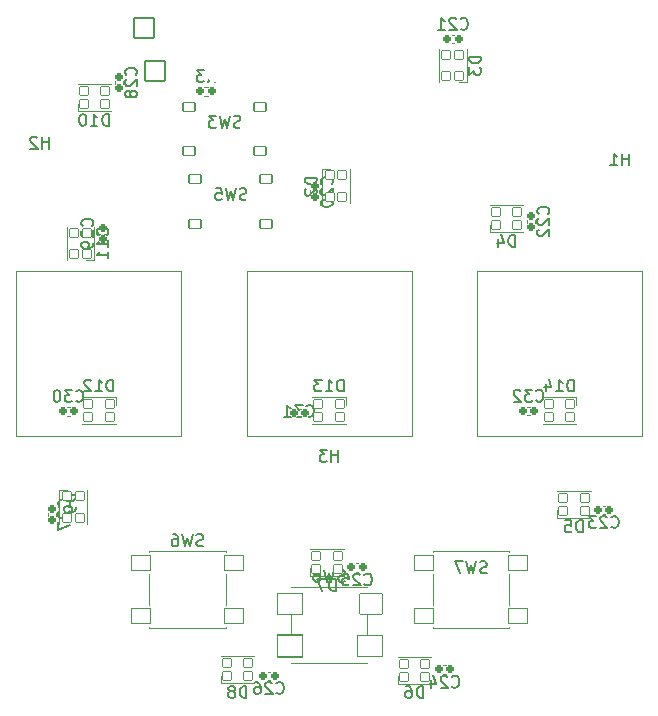
<source format=gbr>
%TF.GenerationSoftware,KiCad,Pcbnew,(7.0.0-0)*%
%TF.CreationDate,2023-03-26T23:48:35-05:00*%
%TF.ProjectId,RP2040_minimal,52503230-3430-45f6-9d69-6e696d616c2e,REV1*%
%TF.SameCoordinates,Original*%
%TF.FileFunction,Legend,Bot*%
%TF.FilePolarity,Positive*%
%FSLAX46Y46*%
G04 Gerber Fmt 4.6, Leading zero omitted, Abs format (unit mm)*
G04 Created by KiCad (PCBNEW (7.0.0-0)) date 2023-03-26 23:48:35*
%MOMM*%
%LPD*%
G01*
G04 APERTURE LIST*
G04 Aperture macros list*
%AMRoundRect*
0 Rectangle with rounded corners*
0 $1 Rounding radius*
0 $2 $3 $4 $5 $6 $7 $8 $9 X,Y pos of 4 corners*
0 Add a 4 corners polygon primitive as box body*
4,1,4,$2,$3,$4,$5,$6,$7,$8,$9,$2,$3,0*
0 Add four circle primitives for the rounded corners*
1,1,$1+$1,$2,$3*
1,1,$1+$1,$4,$5*
1,1,$1+$1,$6,$7*
1,1,$1+$1,$8,$9*
0 Add four rect primitives between the rounded corners*
20,1,$1+$1,$2,$3,$4,$5,0*
20,1,$1+$1,$4,$5,$6,$7,0*
20,1,$1+$1,$6,$7,$8,$9,0*
20,1,$1+$1,$8,$9,$2,$3,0*%
G04 Aperture macros list end*
%ADD10C,0.150000*%
%ADD11C,0.120000*%
%ADD12O,1.102000X1.902000*%
%ADD13O,1.102000X2.302000*%
%ADD14C,1.002000*%
%ADD15RoundRect,0.051000X0.850000X-0.850000X0.850000X0.850000X-0.850000X0.850000X-0.850000X-0.850000X0*%
%ADD16O,1.802000X1.802000*%
%ADD17RoundRect,0.191000X0.170000X-0.140000X0.170000X0.140000X-0.170000X0.140000X-0.170000X-0.140000X0*%
%ADD18RoundRect,0.051000X0.350000X0.350000X-0.350000X0.350000X-0.350000X-0.350000X0.350000X-0.350000X0*%
%ADD19RoundRect,0.191000X0.140000X0.170000X-0.140000X0.170000X-0.140000X-0.170000X0.140000X-0.170000X0*%
%ADD20RoundRect,0.051000X0.775000X0.650000X-0.775000X0.650000X-0.775000X-0.650000X0.775000X-0.650000X0*%
%ADD21RoundRect,0.191000X-0.140000X-0.170000X0.140000X-0.170000X0.140000X0.170000X-0.140000X0.170000X0*%
%ADD22C,3.302000*%
%ADD23RoundRect,0.191000X-0.170000X0.140000X-0.170000X-0.140000X0.170000X-0.140000X0.170000X0.140000X0*%
%ADD24RoundRect,0.051000X0.500000X0.375000X-0.500000X0.375000X-0.500000X-0.375000X0.500000X-0.375000X0*%
%ADD25RoundRect,0.051000X0.350000X-0.350000X0.350000X0.350000X-0.350000X0.350000X-0.350000X-0.350000X0*%
%ADD26C,1.802000*%
%ADD27RoundRect,0.051000X-0.350000X-0.350000X0.350000X-0.350000X0.350000X0.350000X-0.350000X0.350000X0*%
%ADD28RoundRect,0.051000X-0.350000X0.350000X-0.350000X-0.350000X0.350000X-0.350000X0.350000X0.350000X0*%
%ADD29RoundRect,0.186000X0.135000X0.185000X-0.135000X0.185000X-0.135000X-0.185000X0.135000X-0.185000X0*%
%ADD30RoundRect,0.051000X0.970000X0.870000X-0.970000X0.870000X-0.970000X-0.870000X0.970000X-0.870000X0*%
%ADD31RoundRect,0.051000X1.060000X0.920000X-1.060000X0.920000X-1.060000X-0.920000X1.060000X-0.920000X0*%
%ADD32RoundRect,0.051000X1.025000X0.905000X-1.025000X0.905000X-1.025000X-0.905000X1.025000X-0.905000X0*%
%ADD33RoundRect,0.051000X1.060000X0.930000X-1.060000X0.930000X-1.060000X-0.930000X1.060000X-0.930000X0*%
G04 APERTURE END LIST*
D10*
%TO.C,C28*%
X-16377858Y23582858D02*
X-16330239Y23630477D01*
X-16330239Y23630477D02*
X-16282620Y23773334D01*
X-16282620Y23773334D02*
X-16282620Y23868572D01*
X-16282620Y23868572D02*
X-16330239Y24011429D01*
X-16330239Y24011429D02*
X-16425477Y24106667D01*
X-16425477Y24106667D02*
X-16520715Y24154286D01*
X-16520715Y24154286D02*
X-16711191Y24201905D01*
X-16711191Y24201905D02*
X-16854048Y24201905D01*
X-16854048Y24201905D02*
X-17044524Y24154286D01*
X-17044524Y24154286D02*
X-17139762Y24106667D01*
X-17139762Y24106667D02*
X-17235000Y24011429D01*
X-17235000Y24011429D02*
X-17282620Y23868572D01*
X-17282620Y23868572D02*
X-17282620Y23773334D01*
X-17282620Y23773334D02*
X-17235000Y23630477D01*
X-17235000Y23630477D02*
X-17187381Y23582858D01*
X-17187381Y23201905D02*
X-17235000Y23154286D01*
X-17235000Y23154286D02*
X-17282620Y23059048D01*
X-17282620Y23059048D02*
X-17282620Y22820953D01*
X-17282620Y22820953D02*
X-17235000Y22725715D01*
X-17235000Y22725715D02*
X-17187381Y22678096D01*
X-17187381Y22678096D02*
X-17092143Y22630477D01*
X-17092143Y22630477D02*
X-16996905Y22630477D01*
X-16996905Y22630477D02*
X-16854048Y22678096D01*
X-16854048Y22678096D02*
X-16282620Y23249524D01*
X-16282620Y23249524D02*
X-16282620Y22630477D01*
X-16854048Y22059048D02*
X-16901667Y22154286D01*
X-16901667Y22154286D02*
X-16949286Y22201905D01*
X-16949286Y22201905D02*
X-17044524Y22249524D01*
X-17044524Y22249524D02*
X-17092143Y22249524D01*
X-17092143Y22249524D02*
X-17187381Y22201905D01*
X-17187381Y22201905D02*
X-17235000Y22154286D01*
X-17235000Y22154286D02*
X-17282620Y22059048D01*
X-17282620Y22059048D02*
X-17282620Y21868572D01*
X-17282620Y21868572D02*
X-17235000Y21773334D01*
X-17235000Y21773334D02*
X-17187381Y21725715D01*
X-17187381Y21725715D02*
X-17092143Y21678096D01*
X-17092143Y21678096D02*
X-17044524Y21678096D01*
X-17044524Y21678096D02*
X-16949286Y21725715D01*
X-16949286Y21725715D02*
X-16901667Y21773334D01*
X-16901667Y21773334D02*
X-16854048Y21868572D01*
X-16854048Y21868572D02*
X-16854048Y22059048D01*
X-16854048Y22059048D02*
X-16806429Y22154286D01*
X-16806429Y22154286D02*
X-16758810Y22201905D01*
X-16758810Y22201905D02*
X-16663572Y22249524D01*
X-16663572Y22249524D02*
X-16473096Y22249524D01*
X-16473096Y22249524D02*
X-16377858Y22201905D01*
X-16377858Y22201905D02*
X-16330239Y22154286D01*
X-16330239Y22154286D02*
X-16282620Y22059048D01*
X-16282620Y22059048D02*
X-16282620Y21868572D01*
X-16282620Y21868572D02*
X-16330239Y21773334D01*
X-16330239Y21773334D02*
X-16377858Y21725715D01*
X-16377858Y21725715D02*
X-16473096Y21678096D01*
X-16473096Y21678096D02*
X-16663572Y21678096D01*
X-16663572Y21678096D02*
X-16758810Y21725715D01*
X-16758810Y21725715D02*
X-16806429Y21773334D01*
X-16806429Y21773334D02*
X-16854048Y21868572D01*
%TO.C,D14*%
X20714285Y-3217380D02*
X20714285Y-2217380D01*
X20714285Y-2217380D02*
X20476190Y-2217380D01*
X20476190Y-2217380D02*
X20333333Y-2265000D01*
X20333333Y-2265000D02*
X20238095Y-2360238D01*
X20238095Y-2360238D02*
X20190476Y-2455476D01*
X20190476Y-2455476D02*
X20142857Y-2645952D01*
X20142857Y-2645952D02*
X20142857Y-2788809D01*
X20142857Y-2788809D02*
X20190476Y-2979285D01*
X20190476Y-2979285D02*
X20238095Y-3074523D01*
X20238095Y-3074523D02*
X20333333Y-3169761D01*
X20333333Y-3169761D02*
X20476190Y-3217380D01*
X20476190Y-3217380D02*
X20714285Y-3217380D01*
X19190476Y-3217380D02*
X19761904Y-3217380D01*
X19476190Y-3217380D02*
X19476190Y-2217380D01*
X19476190Y-2217380D02*
X19571428Y-2360238D01*
X19571428Y-2360238D02*
X19666666Y-2455476D01*
X19666666Y-2455476D02*
X19761904Y-2503095D01*
X18333333Y-2550714D02*
X18333333Y-3217380D01*
X18571428Y-2169761D02*
X18809523Y-2884047D01*
X18809523Y-2884047D02*
X18190476Y-2884047D01*
%TO.C,C32*%
X17522857Y-3982142D02*
X17570476Y-4029761D01*
X17570476Y-4029761D02*
X17713333Y-4077380D01*
X17713333Y-4077380D02*
X17808571Y-4077380D01*
X17808571Y-4077380D02*
X17951428Y-4029761D01*
X17951428Y-4029761D02*
X18046666Y-3934523D01*
X18046666Y-3934523D02*
X18094285Y-3839285D01*
X18094285Y-3839285D02*
X18141904Y-3648809D01*
X18141904Y-3648809D02*
X18141904Y-3505952D01*
X18141904Y-3505952D02*
X18094285Y-3315476D01*
X18094285Y-3315476D02*
X18046666Y-3220238D01*
X18046666Y-3220238D02*
X17951428Y-3125000D01*
X17951428Y-3125000D02*
X17808571Y-3077380D01*
X17808571Y-3077380D02*
X17713333Y-3077380D01*
X17713333Y-3077380D02*
X17570476Y-3125000D01*
X17570476Y-3125000D02*
X17522857Y-3172619D01*
X17189523Y-3077380D02*
X16570476Y-3077380D01*
X16570476Y-3077380D02*
X16903809Y-3458333D01*
X16903809Y-3458333D02*
X16760952Y-3458333D01*
X16760952Y-3458333D02*
X16665714Y-3505952D01*
X16665714Y-3505952D02*
X16618095Y-3553571D01*
X16618095Y-3553571D02*
X16570476Y-3648809D01*
X16570476Y-3648809D02*
X16570476Y-3886904D01*
X16570476Y-3886904D02*
X16618095Y-3982142D01*
X16618095Y-3982142D02*
X16665714Y-4029761D01*
X16665714Y-4029761D02*
X16760952Y-4077380D01*
X16760952Y-4077380D02*
X17046666Y-4077380D01*
X17046666Y-4077380D02*
X17141904Y-4029761D01*
X17141904Y-4029761D02*
X17189523Y-3982142D01*
X16189523Y-3172619D02*
X16141904Y-3125000D01*
X16141904Y-3125000D02*
X16046666Y-3077380D01*
X16046666Y-3077380D02*
X15808571Y-3077380D01*
X15808571Y-3077380D02*
X15713333Y-3125000D01*
X15713333Y-3125000D02*
X15665714Y-3172619D01*
X15665714Y-3172619D02*
X15618095Y-3267857D01*
X15618095Y-3267857D02*
X15618095Y-3363095D01*
X15618095Y-3363095D02*
X15665714Y-3505952D01*
X15665714Y-3505952D02*
X16237142Y-4077380D01*
X16237142Y-4077380D02*
X15618095Y-4077380D01*
%TO.C,SW7*%
X13333332Y-18569047D02*
X13190475Y-18616666D01*
X13190475Y-18616666D02*
X12952380Y-18616666D01*
X12952380Y-18616666D02*
X12857142Y-18569047D01*
X12857142Y-18569047D02*
X12809523Y-18521428D01*
X12809523Y-18521428D02*
X12761904Y-18426190D01*
X12761904Y-18426190D02*
X12761904Y-18330952D01*
X12761904Y-18330952D02*
X12809523Y-18235714D01*
X12809523Y-18235714D02*
X12857142Y-18188095D01*
X12857142Y-18188095D02*
X12952380Y-18140476D01*
X12952380Y-18140476D02*
X13142856Y-18092857D01*
X13142856Y-18092857D02*
X13238094Y-18045238D01*
X13238094Y-18045238D02*
X13285713Y-17997619D01*
X13285713Y-17997619D02*
X13333332Y-17902381D01*
X13333332Y-17902381D02*
X13333332Y-17807143D01*
X13333332Y-17807143D02*
X13285713Y-17711905D01*
X13285713Y-17711905D02*
X13238094Y-17664286D01*
X13238094Y-17664286D02*
X13142856Y-17616666D01*
X13142856Y-17616666D02*
X12904761Y-17616666D01*
X12904761Y-17616666D02*
X12761904Y-17664286D01*
X12428570Y-17616666D02*
X12190475Y-18616666D01*
X12190475Y-18616666D02*
X11999999Y-17902381D01*
X11999999Y-17902381D02*
X11809523Y-18616666D01*
X11809523Y-18616666D02*
X11571428Y-17616666D01*
X11285713Y-17616666D02*
X10619047Y-17616666D01*
X10619047Y-17616666D02*
X11047618Y-18616666D01*
%TO.C,C25*%
X2984857Y-19542142D02*
X3032476Y-19589761D01*
X3032476Y-19589761D02*
X3175333Y-19637380D01*
X3175333Y-19637380D02*
X3270571Y-19637380D01*
X3270571Y-19637380D02*
X3413428Y-19589761D01*
X3413428Y-19589761D02*
X3508666Y-19494523D01*
X3508666Y-19494523D02*
X3556285Y-19399285D01*
X3556285Y-19399285D02*
X3603904Y-19208809D01*
X3603904Y-19208809D02*
X3603904Y-19065952D01*
X3603904Y-19065952D02*
X3556285Y-18875476D01*
X3556285Y-18875476D02*
X3508666Y-18780238D01*
X3508666Y-18780238D02*
X3413428Y-18685000D01*
X3413428Y-18685000D02*
X3270571Y-18637380D01*
X3270571Y-18637380D02*
X3175333Y-18637380D01*
X3175333Y-18637380D02*
X3032476Y-18685000D01*
X3032476Y-18685000D02*
X2984857Y-18732619D01*
X2603904Y-18732619D02*
X2556285Y-18685000D01*
X2556285Y-18685000D02*
X2461047Y-18637380D01*
X2461047Y-18637380D02*
X2222952Y-18637380D01*
X2222952Y-18637380D02*
X2127714Y-18685000D01*
X2127714Y-18685000D02*
X2080095Y-18732619D01*
X2080095Y-18732619D02*
X2032476Y-18827857D01*
X2032476Y-18827857D02*
X2032476Y-18923095D01*
X2032476Y-18923095D02*
X2080095Y-19065952D01*
X2080095Y-19065952D02*
X2651523Y-19637380D01*
X2651523Y-19637380D02*
X2032476Y-19637380D01*
X1127714Y-18637380D02*
X1603904Y-18637380D01*
X1603904Y-18637380D02*
X1651523Y-19113571D01*
X1651523Y-19113571D02*
X1603904Y-19065952D01*
X1603904Y-19065952D02*
X1508666Y-19018333D01*
X1508666Y-19018333D02*
X1270571Y-19018333D01*
X1270571Y-19018333D02*
X1175333Y-19065952D01*
X1175333Y-19065952D02*
X1127714Y-19113571D01*
X1127714Y-19113571D02*
X1080095Y-19208809D01*
X1080095Y-19208809D02*
X1080095Y-19446904D01*
X1080095Y-19446904D02*
X1127714Y-19542142D01*
X1127714Y-19542142D02*
X1175333Y-19589761D01*
X1175333Y-19589761D02*
X1270571Y-19637380D01*
X1270571Y-19637380D02*
X1508666Y-19637380D01*
X1508666Y-19637380D02*
X1603904Y-19589761D01*
X1603904Y-19589761D02*
X1651523Y-19542142D01*
%TO.C,C27*%
X-22027858Y-12977142D02*
X-21980239Y-12929523D01*
X-21980239Y-12929523D02*
X-21932620Y-12786666D01*
X-21932620Y-12786666D02*
X-21932620Y-12691428D01*
X-21932620Y-12691428D02*
X-21980239Y-12548571D01*
X-21980239Y-12548571D02*
X-22075477Y-12453333D01*
X-22075477Y-12453333D02*
X-22170715Y-12405714D01*
X-22170715Y-12405714D02*
X-22361191Y-12358095D01*
X-22361191Y-12358095D02*
X-22504048Y-12358095D01*
X-22504048Y-12358095D02*
X-22694524Y-12405714D01*
X-22694524Y-12405714D02*
X-22789762Y-12453333D01*
X-22789762Y-12453333D02*
X-22885000Y-12548571D01*
X-22885000Y-12548571D02*
X-22932620Y-12691428D01*
X-22932620Y-12691428D02*
X-22932620Y-12786666D01*
X-22932620Y-12786666D02*
X-22885000Y-12929523D01*
X-22885000Y-12929523D02*
X-22837381Y-12977142D01*
X-22837381Y-13358095D02*
X-22885000Y-13405714D01*
X-22885000Y-13405714D02*
X-22932620Y-13500952D01*
X-22932620Y-13500952D02*
X-22932620Y-13739047D01*
X-22932620Y-13739047D02*
X-22885000Y-13834285D01*
X-22885000Y-13834285D02*
X-22837381Y-13881904D01*
X-22837381Y-13881904D02*
X-22742143Y-13929523D01*
X-22742143Y-13929523D02*
X-22646905Y-13929523D01*
X-22646905Y-13929523D02*
X-22504048Y-13881904D01*
X-22504048Y-13881904D02*
X-21932620Y-13310476D01*
X-21932620Y-13310476D02*
X-21932620Y-13929523D01*
X-22932620Y-14262857D02*
X-22932620Y-14929523D01*
X-22932620Y-14929523D02*
X-21932620Y-14500952D01*
%TO.C,H3*%
X761904Y-9167380D02*
X761904Y-8167380D01*
X761904Y-8643571D02*
X190476Y-8643571D01*
X190476Y-9167380D02*
X190476Y-8167380D01*
X-190477Y-8167380D02*
X-809524Y-8167380D01*
X-809524Y-8167380D02*
X-476191Y-8548333D01*
X-476191Y-8548333D02*
X-619048Y-8548333D01*
X-619048Y-8548333D02*
X-714286Y-8595952D01*
X-714286Y-8595952D02*
X-761905Y-8643571D01*
X-761905Y-8643571D02*
X-809524Y-8738809D01*
X-809524Y-8738809D02*
X-809524Y-8976904D01*
X-809524Y-8976904D02*
X-761905Y-9072142D01*
X-761905Y-9072142D02*
X-714286Y-9119761D01*
X-714286Y-9119761D02*
X-619048Y-9167380D01*
X-619048Y-9167380D02*
X-333334Y-9167380D01*
X-333334Y-9167380D02*
X-238096Y-9119761D01*
X-238096Y-9119761D02*
X-190477Y-9072142D01*
%TO.C,C29*%
X-20077858Y10782858D02*
X-20030239Y10830477D01*
X-20030239Y10830477D02*
X-19982620Y10973334D01*
X-19982620Y10973334D02*
X-19982620Y11068572D01*
X-19982620Y11068572D02*
X-20030239Y11211429D01*
X-20030239Y11211429D02*
X-20125477Y11306667D01*
X-20125477Y11306667D02*
X-20220715Y11354286D01*
X-20220715Y11354286D02*
X-20411191Y11401905D01*
X-20411191Y11401905D02*
X-20554048Y11401905D01*
X-20554048Y11401905D02*
X-20744524Y11354286D01*
X-20744524Y11354286D02*
X-20839762Y11306667D01*
X-20839762Y11306667D02*
X-20935000Y11211429D01*
X-20935000Y11211429D02*
X-20982620Y11068572D01*
X-20982620Y11068572D02*
X-20982620Y10973334D01*
X-20982620Y10973334D02*
X-20935000Y10830477D01*
X-20935000Y10830477D02*
X-20887381Y10782858D01*
X-20887381Y10401905D02*
X-20935000Y10354286D01*
X-20935000Y10354286D02*
X-20982620Y10259048D01*
X-20982620Y10259048D02*
X-20982620Y10020953D01*
X-20982620Y10020953D02*
X-20935000Y9925715D01*
X-20935000Y9925715D02*
X-20887381Y9878096D01*
X-20887381Y9878096D02*
X-20792143Y9830477D01*
X-20792143Y9830477D02*
X-20696905Y9830477D01*
X-20696905Y9830477D02*
X-20554048Y9878096D01*
X-20554048Y9878096D02*
X-19982620Y10449524D01*
X-19982620Y10449524D02*
X-19982620Y9830477D01*
X-19982620Y9354286D02*
X-19982620Y9163810D01*
X-19982620Y9163810D02*
X-20030239Y9068572D01*
X-20030239Y9068572D02*
X-20077858Y9020953D01*
X-20077858Y9020953D02*
X-20220715Y8925715D01*
X-20220715Y8925715D02*
X-20411191Y8878096D01*
X-20411191Y8878096D02*
X-20792143Y8878096D01*
X-20792143Y8878096D02*
X-20887381Y8925715D01*
X-20887381Y8925715D02*
X-20935000Y8973334D01*
X-20935000Y8973334D02*
X-20982620Y9068572D01*
X-20982620Y9068572D02*
X-20982620Y9259048D01*
X-20982620Y9259048D02*
X-20935000Y9354286D01*
X-20935000Y9354286D02*
X-20887381Y9401905D01*
X-20887381Y9401905D02*
X-20792143Y9449524D01*
X-20792143Y9449524D02*
X-20554048Y9449524D01*
X-20554048Y9449524D02*
X-20458810Y9401905D01*
X-20458810Y9401905D02*
X-20411191Y9354286D01*
X-20411191Y9354286D02*
X-20363572Y9259048D01*
X-20363572Y9259048D02*
X-20363572Y9068572D01*
X-20363572Y9068572D02*
X-20411191Y8973334D01*
X-20411191Y8973334D02*
X-20458810Y8925715D01*
X-20458810Y8925715D02*
X-20554048Y8878096D01*
%TO.C,SW6*%
X-10666668Y-16269761D02*
X-10809525Y-16317380D01*
X-10809525Y-16317380D02*
X-11047620Y-16317380D01*
X-11047620Y-16317380D02*
X-11142858Y-16269761D01*
X-11142858Y-16269761D02*
X-11190477Y-16222142D01*
X-11190477Y-16222142D02*
X-11238096Y-16126904D01*
X-11238096Y-16126904D02*
X-11238096Y-16031666D01*
X-11238096Y-16031666D02*
X-11190477Y-15936428D01*
X-11190477Y-15936428D02*
X-11142858Y-15888809D01*
X-11142858Y-15888809D02*
X-11047620Y-15841190D01*
X-11047620Y-15841190D02*
X-10857144Y-15793571D01*
X-10857144Y-15793571D02*
X-10761906Y-15745952D01*
X-10761906Y-15745952D02*
X-10714287Y-15698333D01*
X-10714287Y-15698333D02*
X-10666668Y-15603095D01*
X-10666668Y-15603095D02*
X-10666668Y-15507857D01*
X-10666668Y-15507857D02*
X-10714287Y-15412619D01*
X-10714287Y-15412619D02*
X-10761906Y-15365000D01*
X-10761906Y-15365000D02*
X-10857144Y-15317380D01*
X-10857144Y-15317380D02*
X-11095239Y-15317380D01*
X-11095239Y-15317380D02*
X-11238096Y-15365000D01*
X-11571430Y-15317380D02*
X-11809525Y-16317380D01*
X-11809525Y-16317380D02*
X-12000001Y-15603095D01*
X-12000001Y-15603095D02*
X-12190477Y-16317380D01*
X-12190477Y-16317380D02*
X-12428572Y-15317380D01*
X-13238096Y-15317380D02*
X-13047620Y-15317380D01*
X-13047620Y-15317380D02*
X-12952382Y-15365000D01*
X-12952382Y-15365000D02*
X-12904763Y-15412619D01*
X-12904763Y-15412619D02*
X-12809525Y-15555476D01*
X-12809525Y-15555476D02*
X-12761906Y-15745952D01*
X-12761906Y-15745952D02*
X-12761906Y-16126904D01*
X-12761906Y-16126904D02*
X-12809525Y-16222142D01*
X-12809525Y-16222142D02*
X-12857144Y-16269761D01*
X-12857144Y-16269761D02*
X-12952382Y-16317380D01*
X-12952382Y-16317380D02*
X-13142858Y-16317380D01*
X-13142858Y-16317380D02*
X-13238096Y-16269761D01*
X-13238096Y-16269761D02*
X-13285715Y-16222142D01*
X-13285715Y-16222142D02*
X-13333334Y-16126904D01*
X-13333334Y-16126904D02*
X-13333334Y-15888809D01*
X-13333334Y-15888809D02*
X-13285715Y-15793571D01*
X-13285715Y-15793571D02*
X-13238096Y-15745952D01*
X-13238096Y-15745952D02*
X-13142858Y-15698333D01*
X-13142858Y-15698333D02*
X-12952382Y-15698333D01*
X-12952382Y-15698333D02*
X-12857144Y-15745952D01*
X-12857144Y-15745952D02*
X-12809525Y-15793571D01*
X-12809525Y-15793571D02*
X-12761906Y-15888809D01*
%TO.C,SW5*%
X-7006668Y13040239D02*
X-7149525Y12992620D01*
X-7149525Y12992620D02*
X-7387620Y12992620D01*
X-7387620Y12992620D02*
X-7482858Y13040239D01*
X-7482858Y13040239D02*
X-7530477Y13087858D01*
X-7530477Y13087858D02*
X-7578096Y13183096D01*
X-7578096Y13183096D02*
X-7578096Y13278334D01*
X-7578096Y13278334D02*
X-7530477Y13373572D01*
X-7530477Y13373572D02*
X-7482858Y13421191D01*
X-7482858Y13421191D02*
X-7387620Y13468810D01*
X-7387620Y13468810D02*
X-7197144Y13516429D01*
X-7197144Y13516429D02*
X-7101906Y13564048D01*
X-7101906Y13564048D02*
X-7054287Y13611667D01*
X-7054287Y13611667D02*
X-7006668Y13706905D01*
X-7006668Y13706905D02*
X-7006668Y13802143D01*
X-7006668Y13802143D02*
X-7054287Y13897381D01*
X-7054287Y13897381D02*
X-7101906Y13945000D01*
X-7101906Y13945000D02*
X-7197144Y13992620D01*
X-7197144Y13992620D02*
X-7435239Y13992620D01*
X-7435239Y13992620D02*
X-7578096Y13945000D01*
X-7911430Y13992620D02*
X-8149525Y12992620D01*
X-8149525Y12992620D02*
X-8340001Y13706905D01*
X-8340001Y13706905D02*
X-8530477Y12992620D01*
X-8530477Y12992620D02*
X-8768572Y13992620D01*
X-9625715Y13992620D02*
X-9149525Y13992620D01*
X-9149525Y13992620D02*
X-9101906Y13516429D01*
X-9101906Y13516429D02*
X-9149525Y13564048D01*
X-9149525Y13564048D02*
X-9244763Y13611667D01*
X-9244763Y13611667D02*
X-9482858Y13611667D01*
X-9482858Y13611667D02*
X-9578096Y13564048D01*
X-9578096Y13564048D02*
X-9625715Y13516429D01*
X-9625715Y13516429D02*
X-9673334Y13421191D01*
X-9673334Y13421191D02*
X-9673334Y13183096D01*
X-9673334Y13183096D02*
X-9625715Y13087858D01*
X-9625715Y13087858D02*
X-9578096Y13040239D01*
X-9578096Y13040239D02*
X-9482858Y12992620D01*
X-9482858Y12992620D02*
X-9244763Y12992620D01*
X-9244763Y12992620D02*
X-9149525Y13040239D01*
X-9149525Y13040239D02*
X-9101906Y13087858D01*
%TO.C,D3*%
X12847380Y25118095D02*
X11847380Y25118095D01*
X11847380Y25118095D02*
X11847380Y24880000D01*
X11847380Y24880000D02*
X11895000Y24737143D01*
X11895000Y24737143D02*
X11990238Y24641905D01*
X11990238Y24641905D02*
X12085476Y24594286D01*
X12085476Y24594286D02*
X12275952Y24546667D01*
X12275952Y24546667D02*
X12418809Y24546667D01*
X12418809Y24546667D02*
X12609285Y24594286D01*
X12609285Y24594286D02*
X12704523Y24641905D01*
X12704523Y24641905D02*
X12799761Y24737143D01*
X12799761Y24737143D02*
X12847380Y24880000D01*
X12847380Y24880000D02*
X12847380Y25118095D01*
X11847380Y24213333D02*
X11847380Y23594286D01*
X11847380Y23594286D02*
X12228333Y23927619D01*
X12228333Y23927619D02*
X12228333Y23784762D01*
X12228333Y23784762D02*
X12275952Y23689524D01*
X12275952Y23689524D02*
X12323571Y23641905D01*
X12323571Y23641905D02*
X12418809Y23594286D01*
X12418809Y23594286D02*
X12656904Y23594286D01*
X12656904Y23594286D02*
X12752142Y23641905D01*
X12752142Y23641905D02*
X12799761Y23689524D01*
X12799761Y23689524D02*
X12847380Y23784762D01*
X12847380Y23784762D02*
X12847380Y24070476D01*
X12847380Y24070476D02*
X12799761Y24165714D01*
X12799761Y24165714D02*
X12752142Y24213333D01*
%TO.C,C20*%
X202142Y14332858D02*
X249761Y14380477D01*
X249761Y14380477D02*
X297380Y14523334D01*
X297380Y14523334D02*
X297380Y14618572D01*
X297380Y14618572D02*
X249761Y14761429D01*
X249761Y14761429D02*
X154523Y14856667D01*
X154523Y14856667D02*
X59285Y14904286D01*
X59285Y14904286D02*
X-131191Y14951905D01*
X-131191Y14951905D02*
X-274048Y14951905D01*
X-274048Y14951905D02*
X-464524Y14904286D01*
X-464524Y14904286D02*
X-559762Y14856667D01*
X-559762Y14856667D02*
X-655000Y14761429D01*
X-655000Y14761429D02*
X-702620Y14618572D01*
X-702620Y14618572D02*
X-702620Y14523334D01*
X-702620Y14523334D02*
X-655000Y14380477D01*
X-655000Y14380477D02*
X-607381Y14332858D01*
X-607381Y13951905D02*
X-655000Y13904286D01*
X-655000Y13904286D02*
X-702620Y13809048D01*
X-702620Y13809048D02*
X-702620Y13570953D01*
X-702620Y13570953D02*
X-655000Y13475715D01*
X-655000Y13475715D02*
X-607381Y13428096D01*
X-607381Y13428096D02*
X-512143Y13380477D01*
X-512143Y13380477D02*
X-416905Y13380477D01*
X-416905Y13380477D02*
X-274048Y13428096D01*
X-274048Y13428096D02*
X297380Y13999524D01*
X297380Y13999524D02*
X297380Y13380477D01*
X-702620Y12761429D02*
X-702620Y12666191D01*
X-702620Y12666191D02*
X-655000Y12570953D01*
X-655000Y12570953D02*
X-607381Y12523334D01*
X-607381Y12523334D02*
X-512143Y12475715D01*
X-512143Y12475715D02*
X-321667Y12428096D01*
X-321667Y12428096D02*
X-83572Y12428096D01*
X-83572Y12428096D02*
X106904Y12475715D01*
X106904Y12475715D02*
X202142Y12523334D01*
X202142Y12523334D02*
X249761Y12570953D01*
X249761Y12570953D02*
X297380Y12666191D01*
X297380Y12666191D02*
X297380Y12761429D01*
X297380Y12761429D02*
X249761Y12856667D01*
X249761Y12856667D02*
X202142Y12904286D01*
X202142Y12904286D02*
X106904Y12951905D01*
X106904Y12951905D02*
X-83572Y12999524D01*
X-83572Y12999524D02*
X-321667Y12999524D01*
X-321667Y12999524D02*
X-512143Y12951905D01*
X-512143Y12951905D02*
X-607381Y12904286D01*
X-607381Y12904286D02*
X-655000Y12856667D01*
X-655000Y12856667D02*
X-702620Y12761429D01*
%TO.C,C31*%
X-1927143Y-5282142D02*
X-1879524Y-5329761D01*
X-1879524Y-5329761D02*
X-1736667Y-5377380D01*
X-1736667Y-5377380D02*
X-1641429Y-5377380D01*
X-1641429Y-5377380D02*
X-1498572Y-5329761D01*
X-1498572Y-5329761D02*
X-1403334Y-5234523D01*
X-1403334Y-5234523D02*
X-1355715Y-5139285D01*
X-1355715Y-5139285D02*
X-1308096Y-4948809D01*
X-1308096Y-4948809D02*
X-1308096Y-4805952D01*
X-1308096Y-4805952D02*
X-1355715Y-4615476D01*
X-1355715Y-4615476D02*
X-1403334Y-4520238D01*
X-1403334Y-4520238D02*
X-1498572Y-4425000D01*
X-1498572Y-4425000D02*
X-1641429Y-4377380D01*
X-1641429Y-4377380D02*
X-1736667Y-4377380D01*
X-1736667Y-4377380D02*
X-1879524Y-4425000D01*
X-1879524Y-4425000D02*
X-1927143Y-4472619D01*
X-2260477Y-4377380D02*
X-2879524Y-4377380D01*
X-2879524Y-4377380D02*
X-2546191Y-4758333D01*
X-2546191Y-4758333D02*
X-2689048Y-4758333D01*
X-2689048Y-4758333D02*
X-2784286Y-4805952D01*
X-2784286Y-4805952D02*
X-2831905Y-4853571D01*
X-2831905Y-4853571D02*
X-2879524Y-4948809D01*
X-2879524Y-4948809D02*
X-2879524Y-5186904D01*
X-2879524Y-5186904D02*
X-2831905Y-5282142D01*
X-2831905Y-5282142D02*
X-2784286Y-5329761D01*
X-2784286Y-5329761D02*
X-2689048Y-5377380D01*
X-2689048Y-5377380D02*
X-2403334Y-5377380D01*
X-2403334Y-5377380D02*
X-2308096Y-5329761D01*
X-2308096Y-5329761D02*
X-2260477Y-5282142D01*
X-3831905Y-5377380D02*
X-3260477Y-5377380D01*
X-3546191Y-5377380D02*
X-3546191Y-4377380D01*
X-3546191Y-4377380D02*
X-3450953Y-4520238D01*
X-3450953Y-4520238D02*
X-3355715Y-4615476D01*
X-3355715Y-4615476D02*
X-3260477Y-4663095D01*
%TO.C,C21*%
X11122857Y27497858D02*
X11170476Y27450239D01*
X11170476Y27450239D02*
X11313333Y27402620D01*
X11313333Y27402620D02*
X11408571Y27402620D01*
X11408571Y27402620D02*
X11551428Y27450239D01*
X11551428Y27450239D02*
X11646666Y27545477D01*
X11646666Y27545477D02*
X11694285Y27640715D01*
X11694285Y27640715D02*
X11741904Y27831191D01*
X11741904Y27831191D02*
X11741904Y27974048D01*
X11741904Y27974048D02*
X11694285Y28164524D01*
X11694285Y28164524D02*
X11646666Y28259762D01*
X11646666Y28259762D02*
X11551428Y28355000D01*
X11551428Y28355000D02*
X11408571Y28402620D01*
X11408571Y28402620D02*
X11313333Y28402620D01*
X11313333Y28402620D02*
X11170476Y28355000D01*
X11170476Y28355000D02*
X11122857Y28307381D01*
X10741904Y28307381D02*
X10694285Y28355000D01*
X10694285Y28355000D02*
X10599047Y28402620D01*
X10599047Y28402620D02*
X10360952Y28402620D01*
X10360952Y28402620D02*
X10265714Y28355000D01*
X10265714Y28355000D02*
X10218095Y28307381D01*
X10218095Y28307381D02*
X10170476Y28212143D01*
X10170476Y28212143D02*
X10170476Y28116905D01*
X10170476Y28116905D02*
X10218095Y27974048D01*
X10218095Y27974048D02*
X10789523Y27402620D01*
X10789523Y27402620D02*
X10170476Y27402620D01*
X9218095Y27402620D02*
X9789523Y27402620D01*
X9503809Y27402620D02*
X9503809Y28402620D01*
X9503809Y28402620D02*
X9599047Y28259762D01*
X9599047Y28259762D02*
X9694285Y28164524D01*
X9694285Y28164524D02*
X9789523Y28116905D01*
%TO.C,SW3*%
X-7516668Y19160239D02*
X-7659525Y19112620D01*
X-7659525Y19112620D02*
X-7897620Y19112620D01*
X-7897620Y19112620D02*
X-7992858Y19160239D01*
X-7992858Y19160239D02*
X-8040477Y19207858D01*
X-8040477Y19207858D02*
X-8088096Y19303096D01*
X-8088096Y19303096D02*
X-8088096Y19398334D01*
X-8088096Y19398334D02*
X-8040477Y19493572D01*
X-8040477Y19493572D02*
X-7992858Y19541191D01*
X-7992858Y19541191D02*
X-7897620Y19588810D01*
X-7897620Y19588810D02*
X-7707144Y19636429D01*
X-7707144Y19636429D02*
X-7611906Y19684048D01*
X-7611906Y19684048D02*
X-7564287Y19731667D01*
X-7564287Y19731667D02*
X-7516668Y19826905D01*
X-7516668Y19826905D02*
X-7516668Y19922143D01*
X-7516668Y19922143D02*
X-7564287Y20017381D01*
X-7564287Y20017381D02*
X-7611906Y20065000D01*
X-7611906Y20065000D02*
X-7707144Y20112620D01*
X-7707144Y20112620D02*
X-7945239Y20112620D01*
X-7945239Y20112620D02*
X-8088096Y20065000D01*
X-8421430Y20112620D02*
X-8659525Y19112620D01*
X-8659525Y19112620D02*
X-8850001Y19826905D01*
X-8850001Y19826905D02*
X-9040477Y19112620D01*
X-9040477Y19112620D02*
X-9278572Y20112620D01*
X-9564287Y20112620D02*
X-10183334Y20112620D01*
X-10183334Y20112620D02*
X-9850001Y19731667D01*
X-9850001Y19731667D02*
X-9992858Y19731667D01*
X-9992858Y19731667D02*
X-10088096Y19684048D01*
X-10088096Y19684048D02*
X-10135715Y19636429D01*
X-10135715Y19636429D02*
X-10183334Y19541191D01*
X-10183334Y19541191D02*
X-10183334Y19303096D01*
X-10183334Y19303096D02*
X-10135715Y19207858D01*
X-10135715Y19207858D02*
X-10088096Y19160239D01*
X-10088096Y19160239D02*
X-9992858Y19112620D01*
X-9992858Y19112620D02*
X-9707144Y19112620D01*
X-9707144Y19112620D02*
X-9611906Y19160239D01*
X-9611906Y19160239D02*
X-9564287Y19207858D01*
%TO.C,D13*%
X1214285Y-3217380D02*
X1214285Y-2217380D01*
X1214285Y-2217380D02*
X976190Y-2217380D01*
X976190Y-2217380D02*
X833333Y-2265000D01*
X833333Y-2265000D02*
X738095Y-2360238D01*
X738095Y-2360238D02*
X690476Y-2455476D01*
X690476Y-2455476D02*
X642857Y-2645952D01*
X642857Y-2645952D02*
X642857Y-2788809D01*
X642857Y-2788809D02*
X690476Y-2979285D01*
X690476Y-2979285D02*
X738095Y-3074523D01*
X738095Y-3074523D02*
X833333Y-3169761D01*
X833333Y-3169761D02*
X976190Y-3217380D01*
X976190Y-3217380D02*
X1214285Y-3217380D01*
X-309524Y-3217380D02*
X261904Y-3217380D01*
X-23810Y-3217380D02*
X-23810Y-2217380D01*
X-23810Y-2217380D02*
X71428Y-2360238D01*
X71428Y-2360238D02*
X166666Y-2455476D01*
X166666Y-2455476D02*
X261904Y-2503095D01*
X-642858Y-2217380D02*
X-1261905Y-2217380D01*
X-1261905Y-2217380D02*
X-928572Y-2598333D01*
X-928572Y-2598333D02*
X-1071429Y-2598333D01*
X-1071429Y-2598333D02*
X-1166667Y-2645952D01*
X-1166667Y-2645952D02*
X-1214286Y-2693571D01*
X-1214286Y-2693571D02*
X-1261905Y-2788809D01*
X-1261905Y-2788809D02*
X-1261905Y-3026904D01*
X-1261905Y-3026904D02*
X-1214286Y-3122142D01*
X-1214286Y-3122142D02*
X-1166667Y-3169761D01*
X-1166667Y-3169761D02*
X-1071429Y-3217380D01*
X-1071429Y-3217380D02*
X-785715Y-3217380D01*
X-785715Y-3217380D02*
X-690477Y-3169761D01*
X-690477Y-3169761D02*
X-642858Y-3122142D01*
%TO.C,D8*%
X-7016906Y-29157380D02*
X-7016906Y-28157380D01*
X-7016906Y-28157380D02*
X-7255001Y-28157380D01*
X-7255001Y-28157380D02*
X-7397858Y-28205000D01*
X-7397858Y-28205000D02*
X-7493096Y-28300238D01*
X-7493096Y-28300238D02*
X-7540715Y-28395476D01*
X-7540715Y-28395476D02*
X-7588334Y-28585952D01*
X-7588334Y-28585952D02*
X-7588334Y-28728809D01*
X-7588334Y-28728809D02*
X-7540715Y-28919285D01*
X-7540715Y-28919285D02*
X-7493096Y-29014523D01*
X-7493096Y-29014523D02*
X-7397858Y-29109761D01*
X-7397858Y-29109761D02*
X-7255001Y-29157380D01*
X-7255001Y-29157380D02*
X-7016906Y-29157380D01*
X-8159763Y-28585952D02*
X-8064525Y-28538333D01*
X-8064525Y-28538333D02*
X-8016906Y-28490714D01*
X-8016906Y-28490714D02*
X-7969287Y-28395476D01*
X-7969287Y-28395476D02*
X-7969287Y-28347857D01*
X-7969287Y-28347857D02*
X-8016906Y-28252619D01*
X-8016906Y-28252619D02*
X-8064525Y-28205000D01*
X-8064525Y-28205000D02*
X-8159763Y-28157380D01*
X-8159763Y-28157380D02*
X-8350239Y-28157380D01*
X-8350239Y-28157380D02*
X-8445477Y-28205000D01*
X-8445477Y-28205000D02*
X-8493096Y-28252619D01*
X-8493096Y-28252619D02*
X-8540715Y-28347857D01*
X-8540715Y-28347857D02*
X-8540715Y-28395476D01*
X-8540715Y-28395476D02*
X-8493096Y-28490714D01*
X-8493096Y-28490714D02*
X-8445477Y-28538333D01*
X-8445477Y-28538333D02*
X-8350239Y-28585952D01*
X-8350239Y-28585952D02*
X-8159763Y-28585952D01*
X-8159763Y-28585952D02*
X-8064525Y-28633571D01*
X-8064525Y-28633571D02*
X-8016906Y-28681190D01*
X-8016906Y-28681190D02*
X-7969287Y-28776428D01*
X-7969287Y-28776428D02*
X-7969287Y-28966904D01*
X-7969287Y-28966904D02*
X-8016906Y-29062142D01*
X-8016906Y-29062142D02*
X-8064525Y-29109761D01*
X-8064525Y-29109761D02*
X-8159763Y-29157380D01*
X-8159763Y-29157380D02*
X-8350239Y-29157380D01*
X-8350239Y-29157380D02*
X-8445477Y-29109761D01*
X-8445477Y-29109761D02*
X-8493096Y-29062142D01*
X-8493096Y-29062142D02*
X-8540715Y-28966904D01*
X-8540715Y-28966904D02*
X-8540715Y-28776428D01*
X-8540715Y-28776428D02*
X-8493096Y-28681190D01*
X-8493096Y-28681190D02*
X-8445477Y-28633571D01*
X-8445477Y-28633571D02*
X-8350239Y-28585952D01*
%TO.C,D9*%
X-21434620Y-11965905D02*
X-22434620Y-11965905D01*
X-22434620Y-11965905D02*
X-22434620Y-12204000D01*
X-22434620Y-12204000D02*
X-22387000Y-12346857D01*
X-22387000Y-12346857D02*
X-22291762Y-12442095D01*
X-22291762Y-12442095D02*
X-22196524Y-12489714D01*
X-22196524Y-12489714D02*
X-22006048Y-12537333D01*
X-22006048Y-12537333D02*
X-21863191Y-12537333D01*
X-21863191Y-12537333D02*
X-21672715Y-12489714D01*
X-21672715Y-12489714D02*
X-21577477Y-12442095D01*
X-21577477Y-12442095D02*
X-21482239Y-12346857D01*
X-21482239Y-12346857D02*
X-21434620Y-12204000D01*
X-21434620Y-12204000D02*
X-21434620Y-11965905D01*
X-21434620Y-13013524D02*
X-21434620Y-13204000D01*
X-21434620Y-13204000D02*
X-21482239Y-13299238D01*
X-21482239Y-13299238D02*
X-21529858Y-13346857D01*
X-21529858Y-13346857D02*
X-21672715Y-13442095D01*
X-21672715Y-13442095D02*
X-21863191Y-13489714D01*
X-21863191Y-13489714D02*
X-22244143Y-13489714D01*
X-22244143Y-13489714D02*
X-22339381Y-13442095D01*
X-22339381Y-13442095D02*
X-22387000Y-13394476D01*
X-22387000Y-13394476D02*
X-22434620Y-13299238D01*
X-22434620Y-13299238D02*
X-22434620Y-13108762D01*
X-22434620Y-13108762D02*
X-22387000Y-13013524D01*
X-22387000Y-13013524D02*
X-22339381Y-12965905D01*
X-22339381Y-12965905D02*
X-22244143Y-12918286D01*
X-22244143Y-12918286D02*
X-22006048Y-12918286D01*
X-22006048Y-12918286D02*
X-21910810Y-12965905D01*
X-21910810Y-12965905D02*
X-21863191Y-13013524D01*
X-21863191Y-13013524D02*
X-21815572Y-13108762D01*
X-21815572Y-13108762D02*
X-21815572Y-13299238D01*
X-21815572Y-13299238D02*
X-21863191Y-13394476D01*
X-21863191Y-13394476D02*
X-21910810Y-13442095D01*
X-21910810Y-13442095D02*
X-22006048Y-13489714D01*
%TO.C,H2*%
X-23738096Y17332620D02*
X-23738096Y18332620D01*
X-23738096Y17856429D02*
X-24309524Y17856429D01*
X-24309524Y17332620D02*
X-24309524Y18332620D01*
X-24738096Y18237381D02*
X-24785715Y18285000D01*
X-24785715Y18285000D02*
X-24880953Y18332620D01*
X-24880953Y18332620D02*
X-25119048Y18332620D01*
X-25119048Y18332620D02*
X-25214286Y18285000D01*
X-25214286Y18285000D02*
X-25261905Y18237381D01*
X-25261905Y18237381D02*
X-25309524Y18142143D01*
X-25309524Y18142143D02*
X-25309524Y18046905D01*
X-25309524Y18046905D02*
X-25261905Y17904048D01*
X-25261905Y17904048D02*
X-24690477Y17332620D01*
X-24690477Y17332620D02*
X-25309524Y17332620D01*
%TO.C,C22*%
X18532142Y11802858D02*
X18579761Y11850477D01*
X18579761Y11850477D02*
X18627380Y11993334D01*
X18627380Y11993334D02*
X18627380Y12088572D01*
X18627380Y12088572D02*
X18579761Y12231429D01*
X18579761Y12231429D02*
X18484523Y12326667D01*
X18484523Y12326667D02*
X18389285Y12374286D01*
X18389285Y12374286D02*
X18198809Y12421905D01*
X18198809Y12421905D02*
X18055952Y12421905D01*
X18055952Y12421905D02*
X17865476Y12374286D01*
X17865476Y12374286D02*
X17770238Y12326667D01*
X17770238Y12326667D02*
X17675000Y12231429D01*
X17675000Y12231429D02*
X17627380Y12088572D01*
X17627380Y12088572D02*
X17627380Y11993334D01*
X17627380Y11993334D02*
X17675000Y11850477D01*
X17675000Y11850477D02*
X17722619Y11802858D01*
X17722619Y11421905D02*
X17675000Y11374286D01*
X17675000Y11374286D02*
X17627380Y11279048D01*
X17627380Y11279048D02*
X17627380Y11040953D01*
X17627380Y11040953D02*
X17675000Y10945715D01*
X17675000Y10945715D02*
X17722619Y10898096D01*
X17722619Y10898096D02*
X17817857Y10850477D01*
X17817857Y10850477D02*
X17913095Y10850477D01*
X17913095Y10850477D02*
X18055952Y10898096D01*
X18055952Y10898096D02*
X18627380Y11469524D01*
X18627380Y11469524D02*
X18627380Y10850477D01*
X17722619Y10469524D02*
X17675000Y10421905D01*
X17675000Y10421905D02*
X17627380Y10326667D01*
X17627380Y10326667D02*
X17627380Y10088572D01*
X17627380Y10088572D02*
X17675000Y9993334D01*
X17675000Y9993334D02*
X17722619Y9945715D01*
X17722619Y9945715D02*
X17817857Y9898096D01*
X17817857Y9898096D02*
X17913095Y9898096D01*
X17913095Y9898096D02*
X18055952Y9945715D01*
X18055952Y9945715D02*
X18627380Y10517143D01*
X18627380Y10517143D02*
X18627380Y9898096D01*
%TO.C,D11*%
X-18692620Y10519286D02*
X-19692620Y10519286D01*
X-19692620Y10519286D02*
X-19692620Y10281191D01*
X-19692620Y10281191D02*
X-19645000Y10138334D01*
X-19645000Y10138334D02*
X-19549762Y10043096D01*
X-19549762Y10043096D02*
X-19454524Y9995477D01*
X-19454524Y9995477D02*
X-19264048Y9947858D01*
X-19264048Y9947858D02*
X-19121191Y9947858D01*
X-19121191Y9947858D02*
X-18930715Y9995477D01*
X-18930715Y9995477D02*
X-18835477Y10043096D01*
X-18835477Y10043096D02*
X-18740239Y10138334D01*
X-18740239Y10138334D02*
X-18692620Y10281191D01*
X-18692620Y10281191D02*
X-18692620Y10519286D01*
X-18692620Y8995477D02*
X-18692620Y9566905D01*
X-18692620Y9281191D02*
X-19692620Y9281191D01*
X-19692620Y9281191D02*
X-19549762Y9376429D01*
X-19549762Y9376429D02*
X-19454524Y9471667D01*
X-19454524Y9471667D02*
X-19406905Y9566905D01*
X-18692620Y8043096D02*
X-18692620Y8614524D01*
X-18692620Y8328810D02*
X-19692620Y8328810D01*
X-19692620Y8328810D02*
X-19549762Y8424048D01*
X-19549762Y8424048D02*
X-19454524Y8519286D01*
X-19454524Y8519286D02*
X-19406905Y8614524D01*
%TO.C,R3*%
X-10253334Y22992620D02*
X-9920001Y23468810D01*
X-9681906Y22992620D02*
X-9681906Y23992620D01*
X-9681906Y23992620D02*
X-10062858Y23992620D01*
X-10062858Y23992620D02*
X-10158096Y23945000D01*
X-10158096Y23945000D02*
X-10205715Y23897381D01*
X-10205715Y23897381D02*
X-10253334Y23802143D01*
X-10253334Y23802143D02*
X-10253334Y23659286D01*
X-10253334Y23659286D02*
X-10205715Y23564048D01*
X-10205715Y23564048D02*
X-10158096Y23516429D01*
X-10158096Y23516429D02*
X-10062858Y23468810D01*
X-10062858Y23468810D02*
X-9681906Y23468810D01*
X-10586668Y23992620D02*
X-11205715Y23992620D01*
X-11205715Y23992620D02*
X-10872382Y23611667D01*
X-10872382Y23611667D02*
X-11015239Y23611667D01*
X-11015239Y23611667D02*
X-11110477Y23564048D01*
X-11110477Y23564048D02*
X-11158096Y23516429D01*
X-11158096Y23516429D02*
X-11205715Y23421191D01*
X-11205715Y23421191D02*
X-11205715Y23183096D01*
X-11205715Y23183096D02*
X-11158096Y23087858D01*
X-11158096Y23087858D02*
X-11110477Y23040239D01*
X-11110477Y23040239D02*
X-11015239Y22992620D01*
X-11015239Y22992620D02*
X-10729525Y22992620D01*
X-10729525Y22992620D02*
X-10634287Y23040239D01*
X-10634287Y23040239D02*
X-10586668Y23087858D01*
%TO.C,H1*%
X25371904Y15922620D02*
X25371904Y16922620D01*
X25371904Y16446429D02*
X24800476Y16446429D01*
X24800476Y15922620D02*
X24800476Y16922620D01*
X23800476Y15922620D02*
X24371904Y15922620D01*
X24086190Y15922620D02*
X24086190Y16922620D01*
X24086190Y16922620D02*
X24181428Y16779762D01*
X24181428Y16779762D02*
X24276666Y16684524D01*
X24276666Y16684524D02*
X24371904Y16636905D01*
%TO.C,D4*%
X15748094Y9042620D02*
X15748094Y10042620D01*
X15748094Y10042620D02*
X15509999Y10042620D01*
X15509999Y10042620D02*
X15367142Y9995000D01*
X15367142Y9995000D02*
X15271904Y9899762D01*
X15271904Y9899762D02*
X15224285Y9804524D01*
X15224285Y9804524D02*
X15176666Y9614048D01*
X15176666Y9614048D02*
X15176666Y9471191D01*
X15176666Y9471191D02*
X15224285Y9280715D01*
X15224285Y9280715D02*
X15271904Y9185477D01*
X15271904Y9185477D02*
X15367142Y9090239D01*
X15367142Y9090239D02*
X15509999Y9042620D01*
X15509999Y9042620D02*
X15748094Y9042620D01*
X14319523Y9709286D02*
X14319523Y9042620D01*
X14557618Y10090239D02*
X14795713Y9375953D01*
X14795713Y9375953D02*
X14176666Y9375953D01*
%TO.C,D12*%
X-18285715Y-3217380D02*
X-18285715Y-2217380D01*
X-18285715Y-2217380D02*
X-18523810Y-2217380D01*
X-18523810Y-2217380D02*
X-18666667Y-2265000D01*
X-18666667Y-2265000D02*
X-18761905Y-2360238D01*
X-18761905Y-2360238D02*
X-18809524Y-2455476D01*
X-18809524Y-2455476D02*
X-18857143Y-2645952D01*
X-18857143Y-2645952D02*
X-18857143Y-2788809D01*
X-18857143Y-2788809D02*
X-18809524Y-2979285D01*
X-18809524Y-2979285D02*
X-18761905Y-3074523D01*
X-18761905Y-3074523D02*
X-18666667Y-3169761D01*
X-18666667Y-3169761D02*
X-18523810Y-3217380D01*
X-18523810Y-3217380D02*
X-18285715Y-3217380D01*
X-19809524Y-3217380D02*
X-19238096Y-3217380D01*
X-19523810Y-3217380D02*
X-19523810Y-2217380D01*
X-19523810Y-2217380D02*
X-19428572Y-2360238D01*
X-19428572Y-2360238D02*
X-19333334Y-2455476D01*
X-19333334Y-2455476D02*
X-19238096Y-2503095D01*
X-20190477Y-2312619D02*
X-20238096Y-2265000D01*
X-20238096Y-2265000D02*
X-20333334Y-2217380D01*
X-20333334Y-2217380D02*
X-20571429Y-2217380D01*
X-20571429Y-2217380D02*
X-20666667Y-2265000D01*
X-20666667Y-2265000D02*
X-20714286Y-2312619D01*
X-20714286Y-2312619D02*
X-20761905Y-2407857D01*
X-20761905Y-2407857D02*
X-20761905Y-2503095D01*
X-20761905Y-2503095D02*
X-20714286Y-2645952D01*
X-20714286Y-2645952D02*
X-20142858Y-3217380D01*
X-20142858Y-3217380D02*
X-20761905Y-3217380D01*
%TO.C,D7*%
X548094Y-20077380D02*
X548094Y-19077380D01*
X548094Y-19077380D02*
X309999Y-19077380D01*
X309999Y-19077380D02*
X167142Y-19125000D01*
X167142Y-19125000D02*
X71904Y-19220238D01*
X71904Y-19220238D02*
X24285Y-19315476D01*
X24285Y-19315476D02*
X-23334Y-19505952D01*
X-23334Y-19505952D02*
X-23334Y-19648809D01*
X-23334Y-19648809D02*
X24285Y-19839285D01*
X24285Y-19839285D02*
X71904Y-19934523D01*
X71904Y-19934523D02*
X167142Y-20029761D01*
X167142Y-20029761D02*
X309999Y-20077380D01*
X309999Y-20077380D02*
X548094Y-20077380D01*
X-356668Y-19077380D02*
X-1023334Y-19077380D01*
X-1023334Y-19077380D02*
X-594763Y-20077380D01*
%TO.C,SW8*%
X1333332Y-19269761D02*
X1190475Y-19317380D01*
X1190475Y-19317380D02*
X952380Y-19317380D01*
X952380Y-19317380D02*
X857142Y-19269761D01*
X857142Y-19269761D02*
X809523Y-19222142D01*
X809523Y-19222142D02*
X761904Y-19126904D01*
X761904Y-19126904D02*
X761904Y-19031666D01*
X761904Y-19031666D02*
X809523Y-18936428D01*
X809523Y-18936428D02*
X857142Y-18888809D01*
X857142Y-18888809D02*
X952380Y-18841190D01*
X952380Y-18841190D02*
X1142856Y-18793571D01*
X1142856Y-18793571D02*
X1238094Y-18745952D01*
X1238094Y-18745952D02*
X1285713Y-18698333D01*
X1285713Y-18698333D02*
X1333332Y-18603095D01*
X1333332Y-18603095D02*
X1333332Y-18507857D01*
X1333332Y-18507857D02*
X1285713Y-18412619D01*
X1285713Y-18412619D02*
X1238094Y-18365000D01*
X1238094Y-18365000D02*
X1142856Y-18317380D01*
X1142856Y-18317380D02*
X904761Y-18317380D01*
X904761Y-18317380D02*
X761904Y-18365000D01*
X428570Y-18317380D02*
X190475Y-19317380D01*
X190475Y-19317380D02*
X-1Y-18603095D01*
X-1Y-18603095D02*
X-190477Y-19317380D01*
X-190477Y-19317380D02*
X-428572Y-18317380D01*
X-952382Y-18745952D02*
X-857144Y-18698333D01*
X-857144Y-18698333D02*
X-809525Y-18650714D01*
X-809525Y-18650714D02*
X-761906Y-18555476D01*
X-761906Y-18555476D02*
X-761906Y-18507857D01*
X-761906Y-18507857D02*
X-809525Y-18412619D01*
X-809525Y-18412619D02*
X-857144Y-18365000D01*
X-857144Y-18365000D02*
X-952382Y-18317380D01*
X-952382Y-18317380D02*
X-1142858Y-18317380D01*
X-1142858Y-18317380D02*
X-1238096Y-18365000D01*
X-1238096Y-18365000D02*
X-1285715Y-18412619D01*
X-1285715Y-18412619D02*
X-1333334Y-18507857D01*
X-1333334Y-18507857D02*
X-1333334Y-18555476D01*
X-1333334Y-18555476D02*
X-1285715Y-18650714D01*
X-1285715Y-18650714D02*
X-1238096Y-18698333D01*
X-1238096Y-18698333D02*
X-1142858Y-18745952D01*
X-1142858Y-18745952D02*
X-952382Y-18745952D01*
X-952382Y-18745952D02*
X-857144Y-18793571D01*
X-857144Y-18793571D02*
X-809525Y-18841190D01*
X-809525Y-18841190D02*
X-761906Y-18936428D01*
X-761906Y-18936428D02*
X-761906Y-19126904D01*
X-761906Y-19126904D02*
X-809525Y-19222142D01*
X-809525Y-19222142D02*
X-857144Y-19269761D01*
X-857144Y-19269761D02*
X-952382Y-19317380D01*
X-952382Y-19317380D02*
X-1142858Y-19317380D01*
X-1142858Y-19317380D02*
X-1238096Y-19269761D01*
X-1238096Y-19269761D02*
X-1285715Y-19222142D01*
X-1285715Y-19222142D02*
X-1333334Y-19126904D01*
X-1333334Y-19126904D02*
X-1333334Y-18936428D01*
X-1333334Y-18936428D02*
X-1285715Y-18841190D01*
X-1285715Y-18841190D02*
X-1238096Y-18793571D01*
X-1238096Y-18793571D02*
X-1142858Y-18745952D01*
%TO.C,C30*%
X-21437143Y-4012142D02*
X-21389524Y-4059761D01*
X-21389524Y-4059761D02*
X-21246667Y-4107380D01*
X-21246667Y-4107380D02*
X-21151429Y-4107380D01*
X-21151429Y-4107380D02*
X-21008572Y-4059761D01*
X-21008572Y-4059761D02*
X-20913334Y-3964523D01*
X-20913334Y-3964523D02*
X-20865715Y-3869285D01*
X-20865715Y-3869285D02*
X-20818096Y-3678809D01*
X-20818096Y-3678809D02*
X-20818096Y-3535952D01*
X-20818096Y-3535952D02*
X-20865715Y-3345476D01*
X-20865715Y-3345476D02*
X-20913334Y-3250238D01*
X-20913334Y-3250238D02*
X-21008572Y-3155000D01*
X-21008572Y-3155000D02*
X-21151429Y-3107380D01*
X-21151429Y-3107380D02*
X-21246667Y-3107380D01*
X-21246667Y-3107380D02*
X-21389524Y-3155000D01*
X-21389524Y-3155000D02*
X-21437143Y-3202619D01*
X-21770477Y-3107380D02*
X-22389524Y-3107380D01*
X-22389524Y-3107380D02*
X-22056191Y-3488333D01*
X-22056191Y-3488333D02*
X-22199048Y-3488333D01*
X-22199048Y-3488333D02*
X-22294286Y-3535952D01*
X-22294286Y-3535952D02*
X-22341905Y-3583571D01*
X-22341905Y-3583571D02*
X-22389524Y-3678809D01*
X-22389524Y-3678809D02*
X-22389524Y-3916904D01*
X-22389524Y-3916904D02*
X-22341905Y-4012142D01*
X-22341905Y-4012142D02*
X-22294286Y-4059761D01*
X-22294286Y-4059761D02*
X-22199048Y-4107380D01*
X-22199048Y-4107380D02*
X-21913334Y-4107380D01*
X-21913334Y-4107380D02*
X-21818096Y-4059761D01*
X-21818096Y-4059761D02*
X-21770477Y-4012142D01*
X-23008572Y-3107380D02*
X-23103810Y-3107380D01*
X-23103810Y-3107380D02*
X-23199048Y-3155000D01*
X-23199048Y-3155000D02*
X-23246667Y-3202619D01*
X-23246667Y-3202619D02*
X-23294286Y-3297857D01*
X-23294286Y-3297857D02*
X-23341905Y-3488333D01*
X-23341905Y-3488333D02*
X-23341905Y-3726428D01*
X-23341905Y-3726428D02*
X-23294286Y-3916904D01*
X-23294286Y-3916904D02*
X-23246667Y-4012142D01*
X-23246667Y-4012142D02*
X-23199048Y-4059761D01*
X-23199048Y-4059761D02*
X-23103810Y-4107380D01*
X-23103810Y-4107380D02*
X-23008572Y-4107380D01*
X-23008572Y-4107380D02*
X-22913334Y-4059761D01*
X-22913334Y-4059761D02*
X-22865715Y-4012142D01*
X-22865715Y-4012142D02*
X-22818096Y-3916904D01*
X-22818096Y-3916904D02*
X-22770477Y-3726428D01*
X-22770477Y-3726428D02*
X-22770477Y-3488333D01*
X-22770477Y-3488333D02*
X-22818096Y-3297857D01*
X-22818096Y-3297857D02*
X-22865715Y-3202619D01*
X-22865715Y-3202619D02*
X-22913334Y-3155000D01*
X-22913334Y-3155000D02*
X-23008572Y-3107380D01*
%TO.C,D2*%
X-1057620Y14888095D02*
X-2057620Y14888095D01*
X-2057620Y14888095D02*
X-2057620Y14650000D01*
X-2057620Y14650000D02*
X-2010000Y14507143D01*
X-2010000Y14507143D02*
X-1914762Y14411905D01*
X-1914762Y14411905D02*
X-1819524Y14364286D01*
X-1819524Y14364286D02*
X-1629048Y14316667D01*
X-1629048Y14316667D02*
X-1486191Y14316667D01*
X-1486191Y14316667D02*
X-1295715Y14364286D01*
X-1295715Y14364286D02*
X-1200477Y14411905D01*
X-1200477Y14411905D02*
X-1105239Y14507143D01*
X-1105239Y14507143D02*
X-1057620Y14650000D01*
X-1057620Y14650000D02*
X-1057620Y14888095D01*
X-1962381Y13935714D02*
X-2010000Y13888095D01*
X-2010000Y13888095D02*
X-2057620Y13792857D01*
X-2057620Y13792857D02*
X-2057620Y13554762D01*
X-2057620Y13554762D02*
X-2010000Y13459524D01*
X-2010000Y13459524D02*
X-1962381Y13411905D01*
X-1962381Y13411905D02*
X-1867143Y13364286D01*
X-1867143Y13364286D02*
X-1771905Y13364286D01*
X-1771905Y13364286D02*
X-1629048Y13411905D01*
X-1629048Y13411905D02*
X-1057620Y13983333D01*
X-1057620Y13983333D02*
X-1057620Y13364286D01*
%TO.C,D10*%
X-18665715Y19272620D02*
X-18665715Y20272620D01*
X-18665715Y20272620D02*
X-18903810Y20272620D01*
X-18903810Y20272620D02*
X-19046667Y20225000D01*
X-19046667Y20225000D02*
X-19141905Y20129762D01*
X-19141905Y20129762D02*
X-19189524Y20034524D01*
X-19189524Y20034524D02*
X-19237143Y19844048D01*
X-19237143Y19844048D02*
X-19237143Y19701191D01*
X-19237143Y19701191D02*
X-19189524Y19510715D01*
X-19189524Y19510715D02*
X-19141905Y19415477D01*
X-19141905Y19415477D02*
X-19046667Y19320239D01*
X-19046667Y19320239D02*
X-18903810Y19272620D01*
X-18903810Y19272620D02*
X-18665715Y19272620D01*
X-20189524Y19272620D02*
X-19618096Y19272620D01*
X-19903810Y19272620D02*
X-19903810Y20272620D01*
X-19903810Y20272620D02*
X-19808572Y20129762D01*
X-19808572Y20129762D02*
X-19713334Y20034524D01*
X-19713334Y20034524D02*
X-19618096Y19986905D01*
X-20808572Y20272620D02*
X-20903810Y20272620D01*
X-20903810Y20272620D02*
X-20999048Y20225000D01*
X-20999048Y20225000D02*
X-21046667Y20177381D01*
X-21046667Y20177381D02*
X-21094286Y20082143D01*
X-21094286Y20082143D02*
X-21141905Y19891667D01*
X-21141905Y19891667D02*
X-21141905Y19653572D01*
X-21141905Y19653572D02*
X-21094286Y19463096D01*
X-21094286Y19463096D02*
X-21046667Y19367858D01*
X-21046667Y19367858D02*
X-20999048Y19320239D01*
X-20999048Y19320239D02*
X-20903810Y19272620D01*
X-20903810Y19272620D02*
X-20808572Y19272620D01*
X-20808572Y19272620D02*
X-20713334Y19320239D01*
X-20713334Y19320239D02*
X-20665715Y19367858D01*
X-20665715Y19367858D02*
X-20618096Y19463096D01*
X-20618096Y19463096D02*
X-20570477Y19653572D01*
X-20570477Y19653572D02*
X-20570477Y19891667D01*
X-20570477Y19891667D02*
X-20618096Y20082143D01*
X-20618096Y20082143D02*
X-20665715Y20177381D01*
X-20665715Y20177381D02*
X-20713334Y20225000D01*
X-20713334Y20225000D02*
X-20808572Y20272620D01*
%TO.C,D6*%
X7963095Y-29182379D02*
X7963095Y-28182379D01*
X7963095Y-28182379D02*
X7725000Y-28182379D01*
X7725000Y-28182379D02*
X7582143Y-28229999D01*
X7582143Y-28229999D02*
X7486905Y-28325237D01*
X7486905Y-28325237D02*
X7439286Y-28420475D01*
X7439286Y-28420475D02*
X7391667Y-28610951D01*
X7391667Y-28610951D02*
X7391667Y-28753808D01*
X7391667Y-28753808D02*
X7439286Y-28944284D01*
X7439286Y-28944284D02*
X7486905Y-29039522D01*
X7486905Y-29039522D02*
X7582143Y-29134760D01*
X7582143Y-29134760D02*
X7725000Y-29182379D01*
X7725000Y-29182379D02*
X7963095Y-29182379D01*
X6534524Y-28182379D02*
X6725000Y-28182379D01*
X6725000Y-28182379D02*
X6820238Y-28229999D01*
X6820238Y-28229999D02*
X6867857Y-28277618D01*
X6867857Y-28277618D02*
X6963095Y-28420475D01*
X6963095Y-28420475D02*
X7010714Y-28610951D01*
X7010714Y-28610951D02*
X7010714Y-28991903D01*
X7010714Y-28991903D02*
X6963095Y-29087141D01*
X6963095Y-29087141D02*
X6915476Y-29134760D01*
X6915476Y-29134760D02*
X6820238Y-29182379D01*
X6820238Y-29182379D02*
X6629762Y-29182379D01*
X6629762Y-29182379D02*
X6534524Y-29134760D01*
X6534524Y-29134760D02*
X6486905Y-29087141D01*
X6486905Y-29087141D02*
X6439286Y-28991903D01*
X6439286Y-28991903D02*
X6439286Y-28753808D01*
X6439286Y-28753808D02*
X6486905Y-28658570D01*
X6486905Y-28658570D02*
X6534524Y-28610951D01*
X6534524Y-28610951D02*
X6629762Y-28563332D01*
X6629762Y-28563332D02*
X6820238Y-28563332D01*
X6820238Y-28563332D02*
X6915476Y-28610951D01*
X6915476Y-28610951D02*
X6963095Y-28658570D01*
X6963095Y-28658570D02*
X7010714Y-28753808D01*
%TO.C,C24*%
X10389858Y-28195141D02*
X10437477Y-28242760D01*
X10437477Y-28242760D02*
X10580334Y-28290379D01*
X10580334Y-28290379D02*
X10675572Y-28290379D01*
X10675572Y-28290379D02*
X10818429Y-28242760D01*
X10818429Y-28242760D02*
X10913667Y-28147522D01*
X10913667Y-28147522D02*
X10961286Y-28052284D01*
X10961286Y-28052284D02*
X11008905Y-27861808D01*
X11008905Y-27861808D02*
X11008905Y-27718951D01*
X11008905Y-27718951D02*
X10961286Y-27528475D01*
X10961286Y-27528475D02*
X10913667Y-27433237D01*
X10913667Y-27433237D02*
X10818429Y-27337999D01*
X10818429Y-27337999D02*
X10675572Y-27290379D01*
X10675572Y-27290379D02*
X10580334Y-27290379D01*
X10580334Y-27290379D02*
X10437477Y-27337999D01*
X10437477Y-27337999D02*
X10389858Y-27385618D01*
X10008905Y-27385618D02*
X9961286Y-27337999D01*
X9961286Y-27337999D02*
X9866048Y-27290379D01*
X9866048Y-27290379D02*
X9627953Y-27290379D01*
X9627953Y-27290379D02*
X9532715Y-27337999D01*
X9532715Y-27337999D02*
X9485096Y-27385618D01*
X9485096Y-27385618D02*
X9437477Y-27480856D01*
X9437477Y-27480856D02*
X9437477Y-27576094D01*
X9437477Y-27576094D02*
X9485096Y-27718951D01*
X9485096Y-27718951D02*
X10056524Y-28290379D01*
X10056524Y-28290379D02*
X9437477Y-28290379D01*
X8580334Y-27623713D02*
X8580334Y-28290379D01*
X8818429Y-27242760D02*
X9056524Y-27957046D01*
X9056524Y-27957046D02*
X8437477Y-27957046D01*
%TO.C,D5*%
X21448094Y-15137380D02*
X21448094Y-14137380D01*
X21448094Y-14137380D02*
X21209999Y-14137380D01*
X21209999Y-14137380D02*
X21067142Y-14185000D01*
X21067142Y-14185000D02*
X20971904Y-14280238D01*
X20971904Y-14280238D02*
X20924285Y-14375476D01*
X20924285Y-14375476D02*
X20876666Y-14565952D01*
X20876666Y-14565952D02*
X20876666Y-14708809D01*
X20876666Y-14708809D02*
X20924285Y-14899285D01*
X20924285Y-14899285D02*
X20971904Y-14994523D01*
X20971904Y-14994523D02*
X21067142Y-15089761D01*
X21067142Y-15089761D02*
X21209999Y-15137380D01*
X21209999Y-15137380D02*
X21448094Y-15137380D01*
X19971904Y-14137380D02*
X20448094Y-14137380D01*
X20448094Y-14137380D02*
X20495713Y-14613571D01*
X20495713Y-14613571D02*
X20448094Y-14565952D01*
X20448094Y-14565952D02*
X20352856Y-14518333D01*
X20352856Y-14518333D02*
X20114761Y-14518333D01*
X20114761Y-14518333D02*
X20019523Y-14565952D01*
X20019523Y-14565952D02*
X19971904Y-14613571D01*
X19971904Y-14613571D02*
X19924285Y-14708809D01*
X19924285Y-14708809D02*
X19924285Y-14946904D01*
X19924285Y-14946904D02*
X19971904Y-15042142D01*
X19971904Y-15042142D02*
X20019523Y-15089761D01*
X20019523Y-15089761D02*
X20114761Y-15137380D01*
X20114761Y-15137380D02*
X20352856Y-15137380D01*
X20352856Y-15137380D02*
X20448094Y-15089761D01*
X20448094Y-15089761D02*
X20495713Y-15042142D01*
%TO.C,C26*%
X-4467143Y-28742142D02*
X-4419524Y-28789761D01*
X-4419524Y-28789761D02*
X-4276667Y-28837380D01*
X-4276667Y-28837380D02*
X-4181429Y-28837380D01*
X-4181429Y-28837380D02*
X-4038572Y-28789761D01*
X-4038572Y-28789761D02*
X-3943334Y-28694523D01*
X-3943334Y-28694523D02*
X-3895715Y-28599285D01*
X-3895715Y-28599285D02*
X-3848096Y-28408809D01*
X-3848096Y-28408809D02*
X-3848096Y-28265952D01*
X-3848096Y-28265952D02*
X-3895715Y-28075476D01*
X-3895715Y-28075476D02*
X-3943334Y-27980238D01*
X-3943334Y-27980238D02*
X-4038572Y-27885000D01*
X-4038572Y-27885000D02*
X-4181429Y-27837380D01*
X-4181429Y-27837380D02*
X-4276667Y-27837380D01*
X-4276667Y-27837380D02*
X-4419524Y-27885000D01*
X-4419524Y-27885000D02*
X-4467143Y-27932619D01*
X-4848096Y-27932619D02*
X-4895715Y-27885000D01*
X-4895715Y-27885000D02*
X-4990953Y-27837380D01*
X-4990953Y-27837380D02*
X-5229048Y-27837380D01*
X-5229048Y-27837380D02*
X-5324286Y-27885000D01*
X-5324286Y-27885000D02*
X-5371905Y-27932619D01*
X-5371905Y-27932619D02*
X-5419524Y-28027857D01*
X-5419524Y-28027857D02*
X-5419524Y-28123095D01*
X-5419524Y-28123095D02*
X-5371905Y-28265952D01*
X-5371905Y-28265952D02*
X-4800477Y-28837380D01*
X-4800477Y-28837380D02*
X-5419524Y-28837380D01*
X-6276667Y-27837380D02*
X-6086191Y-27837380D01*
X-6086191Y-27837380D02*
X-5990953Y-27885000D01*
X-5990953Y-27885000D02*
X-5943334Y-27932619D01*
X-5943334Y-27932619D02*
X-5848096Y-28075476D01*
X-5848096Y-28075476D02*
X-5800477Y-28265952D01*
X-5800477Y-28265952D02*
X-5800477Y-28646904D01*
X-5800477Y-28646904D02*
X-5848096Y-28742142D01*
X-5848096Y-28742142D02*
X-5895715Y-28789761D01*
X-5895715Y-28789761D02*
X-5990953Y-28837380D01*
X-5990953Y-28837380D02*
X-6181429Y-28837380D01*
X-6181429Y-28837380D02*
X-6276667Y-28789761D01*
X-6276667Y-28789761D02*
X-6324286Y-28742142D01*
X-6324286Y-28742142D02*
X-6371905Y-28646904D01*
X-6371905Y-28646904D02*
X-6371905Y-28408809D01*
X-6371905Y-28408809D02*
X-6324286Y-28313571D01*
X-6324286Y-28313571D02*
X-6276667Y-28265952D01*
X-6276667Y-28265952D02*
X-6181429Y-28218333D01*
X-6181429Y-28218333D02*
X-5990953Y-28218333D01*
X-5990953Y-28218333D02*
X-5895715Y-28265952D01*
X-5895715Y-28265952D02*
X-5848096Y-28313571D01*
X-5848096Y-28313571D02*
X-5800477Y-28408809D01*
%TO.C,C23*%
X23892857Y-14682142D02*
X23940476Y-14729761D01*
X23940476Y-14729761D02*
X24083333Y-14777380D01*
X24083333Y-14777380D02*
X24178571Y-14777380D01*
X24178571Y-14777380D02*
X24321428Y-14729761D01*
X24321428Y-14729761D02*
X24416666Y-14634523D01*
X24416666Y-14634523D02*
X24464285Y-14539285D01*
X24464285Y-14539285D02*
X24511904Y-14348809D01*
X24511904Y-14348809D02*
X24511904Y-14205952D01*
X24511904Y-14205952D02*
X24464285Y-14015476D01*
X24464285Y-14015476D02*
X24416666Y-13920238D01*
X24416666Y-13920238D02*
X24321428Y-13825000D01*
X24321428Y-13825000D02*
X24178571Y-13777380D01*
X24178571Y-13777380D02*
X24083333Y-13777380D01*
X24083333Y-13777380D02*
X23940476Y-13825000D01*
X23940476Y-13825000D02*
X23892857Y-13872619D01*
X23511904Y-13872619D02*
X23464285Y-13825000D01*
X23464285Y-13825000D02*
X23369047Y-13777380D01*
X23369047Y-13777380D02*
X23130952Y-13777380D01*
X23130952Y-13777380D02*
X23035714Y-13825000D01*
X23035714Y-13825000D02*
X22988095Y-13872619D01*
X22988095Y-13872619D02*
X22940476Y-13967857D01*
X22940476Y-13967857D02*
X22940476Y-14063095D01*
X22940476Y-14063095D02*
X22988095Y-14205952D01*
X22988095Y-14205952D02*
X23559523Y-14777380D01*
X23559523Y-14777380D02*
X22940476Y-14777380D01*
X22607142Y-13777380D02*
X21988095Y-13777380D01*
X21988095Y-13777380D02*
X22321428Y-14158333D01*
X22321428Y-14158333D02*
X22178571Y-14158333D01*
X22178571Y-14158333D02*
X22083333Y-14205952D01*
X22083333Y-14205952D02*
X22035714Y-14253571D01*
X22035714Y-14253571D02*
X21988095Y-14348809D01*
X21988095Y-14348809D02*
X21988095Y-14586904D01*
X21988095Y-14586904D02*
X22035714Y-14682142D01*
X22035714Y-14682142D02*
X22083333Y-14729761D01*
X22083333Y-14729761D02*
X22178571Y-14777380D01*
X22178571Y-14777380D02*
X22464285Y-14777380D01*
X22464285Y-14777380D02*
X22559523Y-14729761D01*
X22559523Y-14729761D02*
X22607142Y-14682142D01*
D11*
%TO.C,C28*%
X-18170000Y22832164D02*
X-18170000Y23047836D01*
X-17450000Y22832164D02*
X-17450000Y23047836D01*
%TO.C,D14*%
X20920000Y-6000000D02*
X18080000Y-6000000D01*
X20920000Y-3700000D02*
X20920000Y-4350000D01*
X20920000Y-3700000D02*
X18080000Y-3700000D01*
%TO.C,C32*%
X16987836Y-5230000D02*
X16772164Y-5230000D01*
X16987836Y-4510000D02*
X16772164Y-4510000D01*
%TO.C,SW7*%
X15230000Y-23230000D02*
X15230000Y-23200000D01*
X15230000Y-23230000D02*
X8770000Y-23230000D01*
X15230000Y-18700000D02*
X15230000Y-21300000D01*
X15230000Y-16800000D02*
X15230000Y-16770000D01*
X15230000Y-16770000D02*
X8770000Y-16770000D01*
X8770000Y-23230000D02*
X8770000Y-23200000D01*
X8770000Y-18700000D02*
X8770000Y-21300000D01*
X8770000Y-16770000D02*
X8770000Y-16800000D01*
%TO.C,C25*%
X2234164Y-17750000D02*
X2449836Y-17750000D01*
X2234164Y-18470000D02*
X2449836Y-18470000D01*
%TO.C,C27*%
X-23820000Y-13727836D02*
X-23820000Y-13512164D01*
X-23100000Y-13727836D02*
X-23100000Y-13512164D01*
%TO.C,C29*%
X-18830000Y10247836D02*
X-18830000Y10032164D01*
X-19550000Y10247836D02*
X-19550000Y10032164D01*
%TO.C,SW6*%
X-8770000Y-23230000D02*
X-8770000Y-23200000D01*
X-8770000Y-23230000D02*
X-15230000Y-23230000D01*
X-8770000Y-18700000D02*
X-8770000Y-21300000D01*
X-8770000Y-16800000D02*
X-8770000Y-16770000D01*
X-8770000Y-16770000D02*
X-15230000Y-16770000D01*
X-15230000Y-23230000D02*
X-15230000Y-23200000D01*
X-15230000Y-18700000D02*
X-15230000Y-21300000D01*
X-15230000Y-16770000D02*
X-15230000Y-16800000D01*
%TO.C,D3*%
X9330000Y22960000D02*
X9330000Y25800000D01*
X11630000Y22960000D02*
X10980000Y22960000D01*
X11630000Y22960000D02*
X11630000Y25800000D01*
%TO.C,REF\u002A\u002A*%
X26485000Y-6985000D02*
X26485000Y6985000D01*
X26485000Y6985000D02*
X12515000Y6985000D01*
X12515000Y-6985000D02*
X26485000Y-6985000D01*
X12515000Y6985000D02*
X12515000Y-6985000D01*
%TO.C,C20*%
X-1590000Y13582164D02*
X-1590000Y13797836D01*
X-870000Y13582164D02*
X-870000Y13797836D01*
%TO.C,REF\u002A\u002A*%
X6985000Y-6985000D02*
X6985000Y6985000D01*
X6985000Y6985000D02*
X-6985000Y6985000D01*
X-6985000Y-6985000D02*
X6985000Y-6985000D01*
X-6985000Y6985000D02*
X-6985000Y-6985000D01*
%TO.C,C31*%
X-2402164Y-5420000D02*
X-2617836Y-5420000D01*
X-2402164Y-4700000D02*
X-2617836Y-4700000D01*
%TO.C,C21*%
X10587836Y26250000D02*
X10372164Y26250000D01*
X10587836Y26970000D02*
X10372164Y26970000D01*
%TO.C,D13*%
X1420000Y-6000000D02*
X-1420000Y-6000000D01*
X1420000Y-3700000D02*
X1420000Y-4350000D01*
X1420000Y-3700000D02*
X-1420000Y-3700000D01*
%TO.C,D8*%
X-9175000Y-25640000D02*
X-6335000Y-25640000D01*
X-9175000Y-27940000D02*
X-9175000Y-27290000D01*
X-9175000Y-27940000D02*
X-6335000Y-27940000D01*
%TO.C,D9*%
X-20540000Y-11570000D02*
X-20540000Y-14410000D01*
X-22840000Y-11570000D02*
X-22190000Y-11570000D01*
X-22840000Y-11570000D02*
X-22840000Y-14410000D01*
%TO.C,C22*%
X16740000Y11052164D02*
X16740000Y11267836D01*
X17460000Y11052164D02*
X17460000Y11267836D01*
%TO.C,D11*%
X-22210000Y7885000D02*
X-22210000Y10725000D01*
X-19910000Y7885000D02*
X-20560000Y7885000D01*
X-19910000Y7885000D02*
X-19910000Y10725000D01*
%TO.C,R3*%
X-10266359Y21810000D02*
X-10573641Y21810000D01*
X-10266359Y22570000D02*
X-10573641Y22570000D01*
%TO.C,D4*%
X13590000Y12560000D02*
X16430000Y12560000D01*
X13590000Y10260000D02*
X13590000Y10910000D01*
X13590000Y10260000D02*
X16430000Y10260000D01*
%TO.C,D12*%
X-18080000Y-6000000D02*
X-20920000Y-6000000D01*
X-18080000Y-3700000D02*
X-18080000Y-4350000D01*
X-18080000Y-3700000D02*
X-20920000Y-3700000D01*
%TO.C,D7*%
X-1610000Y-16560000D02*
X1230000Y-16560000D01*
X-1610000Y-18860000D02*
X-1610000Y-18210000D01*
X-1610000Y-18860000D02*
X1230000Y-18860000D01*
%TO.C,SW8*%
X3230000Y-26230000D02*
X3230000Y-26200000D01*
X3230000Y-26230000D02*
X-3230000Y-26230000D01*
X3230000Y-21700000D02*
X3230000Y-24300000D01*
X3230000Y-19800000D02*
X3230000Y-19770000D01*
X3230000Y-19770000D02*
X-3230000Y-19770000D01*
X-3230000Y-26230000D02*
X-3230000Y-26200000D01*
X-3230000Y-21700000D02*
X-3230000Y-24300000D01*
X-3230000Y-19770000D02*
X-3230000Y-19800000D01*
%TO.C,C30*%
X-21972164Y-5260000D02*
X-22187836Y-5260000D01*
X-21972164Y-4540000D02*
X-22187836Y-4540000D01*
%TO.C,D2*%
X1725000Y15570000D02*
X1725000Y12730000D01*
X-575000Y15570000D02*
X75000Y15570000D01*
X-575000Y15570000D02*
X-575000Y12730000D01*
%TO.C,REF\u002A\u002A*%
X-12515000Y-6985000D02*
X-12515000Y6985000D01*
X-12515000Y6985000D02*
X-26485000Y6985000D01*
X-26485000Y-6985000D02*
X-12515000Y-6985000D01*
X-26485000Y6985000D02*
X-26485000Y-6985000D01*
%TO.C,D10*%
X-21300000Y22790000D02*
X-18460000Y22790000D01*
X-21300000Y20490000D02*
X-21300000Y21140000D01*
X-21300000Y20490000D02*
X-18460000Y20490000D01*
%TO.C,D6*%
X5805001Y-25664999D02*
X8645001Y-25664999D01*
X5805001Y-27964999D02*
X5805001Y-27314999D01*
X5805001Y-27964999D02*
X8645001Y-27964999D01*
%TO.C,C24*%
X9639165Y-26402999D02*
X9854837Y-26402999D01*
X9639165Y-27122999D02*
X9854837Y-27122999D01*
%TO.C,D5*%
X19290000Y-11620000D02*
X22130000Y-11620000D01*
X19290000Y-13920000D02*
X19290000Y-13270000D01*
X19290000Y-13920000D02*
X22130000Y-13920000D01*
%TO.C,C26*%
X-5217836Y-26950000D02*
X-5002164Y-26950000D01*
X-5217836Y-27670000D02*
X-5002164Y-27670000D01*
%TO.C,C23*%
X23142164Y-12890000D02*
X23357836Y-12890000D01*
X23142164Y-13610000D02*
X23357836Y-13610000D01*
%TD*%
%LPC*%
D12*
%TO.C,P1*%
X5619999Y28119999D03*
D13*
X5619999Y32119999D03*
D12*
X-5619999Y28119999D03*
D13*
X-5619999Y32119999D03*
%TD*%
D14*
%TO.C,SW1*%
X15710000Y-12020000D03*
X15710000Y-9020000D03*
%TD*%
%TO.C,SW4*%
X5800000Y8370000D03*
X2800000Y8370000D03*
%TD*%
%TO.C,SW2*%
X-11460000Y-7550000D03*
X-8460000Y-7550000D03*
%TD*%
D15*
%TO.C,J2*%
X-15680000Y27525000D03*
D16*
X-13139999Y27524999D03*
X-10599999Y27524999D03*
X-8059999Y27524999D03*
%TD*%
D15*
%TO.C,J1*%
X-14740000Y23910000D03*
D16*
X-12199999Y23909999D03*
X-9659999Y23909999D03*
X-7119999Y23909999D03*
%TD*%
D17*
%TO.C,C28*%
X-17810000Y22460000D03*
X-17810000Y23420000D03*
%TD*%
D18*
%TO.C,D14*%
X20415000Y-4300000D03*
X20415000Y-5400000D03*
X18585000Y-5400000D03*
X18585000Y-4300000D03*
%TD*%
D19*
%TO.C,C32*%
X17360000Y-4870000D03*
X16400000Y-4870000D03*
%TD*%
D20*
%TO.C,SW7*%
X15975000Y-17750000D03*
X8025000Y-17750000D03*
X15975000Y-22250000D03*
X8025000Y-22250000D03*
%TD*%
D21*
%TO.C,C25*%
X1862000Y-18110000D03*
X2822000Y-18110000D03*
%TD*%
D17*
%TO.C,C27*%
X-23460000Y-14100000D03*
X-23460000Y-13140000D03*
%TD*%
D22*
%TO.C,H3*%
X0Y-13000000D03*
%TD*%
D23*
%TO.C,C29*%
X-19190000Y10620000D03*
X-19190000Y9660000D03*
%TD*%
D20*
%TO.C,SW6*%
X-8025000Y-17750000D03*
X-15975000Y-17750000D03*
X-8025000Y-22250000D03*
X-15975000Y-22250000D03*
%TD*%
D24*
%TO.C,SW5*%
X-5340000Y14735000D03*
X-11340000Y14735000D03*
X-5340000Y10985000D03*
X-11340000Y10985000D03*
%TD*%
D25*
%TO.C,D3*%
X11030000Y23465000D03*
X9930000Y23465000D03*
X9930000Y25295000D03*
X11030000Y25295000D03*
%TD*%
D26*
%TO.C,REF\u002A\u002A*%
X24580000Y0D03*
X14420000Y0D03*
%TD*%
D17*
%TO.C,C20*%
X-1230000Y13210000D03*
X-1230000Y14170000D03*
%TD*%
D26*
%TO.C,REF\u002A\u002A*%
X5080000Y0D03*
X-5080000Y0D03*
%TD*%
D19*
%TO.C,C31*%
X-2030000Y-5060000D03*
X-2990000Y-5060000D03*
%TD*%
%TO.C,C21*%
X10960000Y26610000D03*
X10000000Y26610000D03*
%TD*%
D24*
%TO.C,SW3*%
X-5850000Y20855000D03*
X-11850000Y20855000D03*
X-5850000Y17105000D03*
X-11850000Y17105000D03*
%TD*%
D18*
%TO.C,D13*%
X915000Y-4300000D03*
X915000Y-5400000D03*
X-915000Y-5400000D03*
X-915000Y-4300000D03*
%TD*%
D27*
%TO.C,D8*%
X-8670000Y-27340000D03*
X-8670000Y-26240000D03*
X-6840000Y-26240000D03*
X-6840000Y-27340000D03*
%TD*%
D28*
%TO.C,D9*%
X-22240000Y-12075000D03*
X-21140000Y-12075000D03*
X-21140000Y-13905000D03*
X-22240000Y-13905000D03*
%TD*%
D22*
%TO.C,H2*%
X-24500000Y13500000D03*
%TD*%
D17*
%TO.C,C22*%
X17100000Y10680000D03*
X17100000Y11640000D03*
%TD*%
D25*
%TO.C,D11*%
X-20510000Y8390000D03*
X-21610000Y8390000D03*
X-21610000Y10220000D03*
X-20510000Y10220000D03*
%TD*%
D29*
%TO.C,R3*%
X-9910000Y22190000D03*
X-10930000Y22190000D03*
%TD*%
D22*
%TO.C,H1*%
X24500000Y13000000D03*
%TD*%
D27*
%TO.C,D4*%
X14095000Y10860000D03*
X14095000Y11960000D03*
X15925000Y11960000D03*
X15925000Y10860000D03*
%TD*%
D18*
%TO.C,D12*%
X-18585000Y-4300000D03*
X-18585000Y-5400000D03*
X-20415000Y-5400000D03*
X-20415000Y-4300000D03*
%TD*%
D27*
%TO.C,D7*%
X-1105000Y-18260000D03*
X-1105000Y-17160000D03*
X725000Y-17160000D03*
X725000Y-18260000D03*
%TD*%
D30*
%TO.C,SW8*%
X3570000Y-21180000D03*
D31*
X-3340000Y-21220000D03*
D32*
X3480000Y-24810000D03*
D33*
X-3290000Y-24800000D03*
%TD*%
D19*
%TO.C,C30*%
X-21600000Y-4900000D03*
X-22560000Y-4900000D03*
%TD*%
D28*
%TO.C,D2*%
X25000Y15065000D03*
X1125000Y15065000D03*
X1125000Y13235000D03*
X25000Y13235000D03*
%TD*%
D26*
%TO.C,REF\u002A\u002A*%
X-14420000Y0D03*
X-24580000Y0D03*
%TD*%
D27*
%TO.C,D10*%
X-20795000Y21090000D03*
X-20795000Y22190000D03*
X-18965000Y22190000D03*
X-18965000Y21090000D03*
%TD*%
%TO.C,D6*%
X6310001Y-27364999D03*
X6310001Y-26264999D03*
X8140001Y-26264999D03*
X8140001Y-27364999D03*
%TD*%
D21*
%TO.C,C24*%
X9267001Y-26762999D03*
X10227001Y-26762999D03*
%TD*%
D27*
%TO.C,D5*%
X19795000Y-13320000D03*
X19795000Y-12220000D03*
X21625000Y-12220000D03*
X21625000Y-13320000D03*
%TD*%
D21*
%TO.C,C26*%
X-5590000Y-27310000D03*
X-4630000Y-27310000D03*
%TD*%
%TO.C,C23*%
X22770000Y-13250000D03*
X23730000Y-13250000D03*
%TD*%
M02*

</source>
